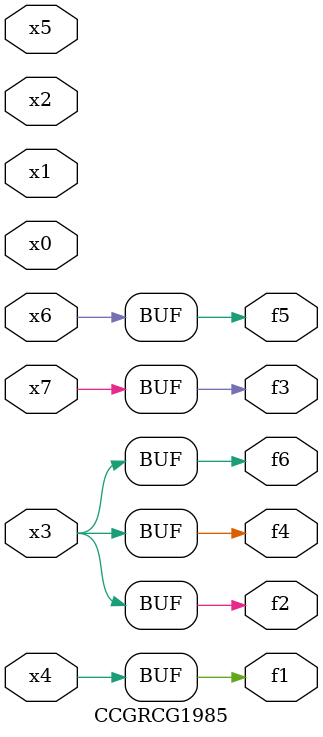
<source format=v>
module CCGRCG1985(
	input x0, x1, x2, x3, x4, x5, x6, x7,
	output f1, f2, f3, f4, f5, f6
);
	assign f1 = x4;
	assign f2 = x3;
	assign f3 = x7;
	assign f4 = x3;
	assign f5 = x6;
	assign f6 = x3;
endmodule

</source>
